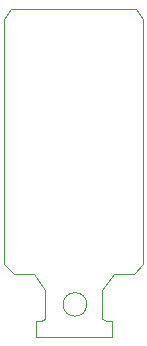
<source format=gbr>
%TF.GenerationSoftware,KiCad,Pcbnew,5.1.10*%
%TF.CreationDate,2021-05-14T23:01:05+02:00*%
%TF.ProjectId,kenwood-trrs,6b656e77-6f6f-4642-9d74-7272732e6b69,rev?*%
%TF.SameCoordinates,Original*%
%TF.FileFunction,Profile,NP*%
%FSLAX46Y46*%
G04 Gerber Fmt 4.6, Leading zero omitted, Abs format (unit mm)*
G04 Created by KiCad (PCBNEW 5.1.10) date 2021-05-14 23:01:05*
%MOMM*%
%LPD*%
G01*
G04 APERTURE LIST*
%TA.AperFunction,Profile*%
%ADD10C,0.050000*%
%TD*%
%TA.AperFunction,Profile*%
%ADD11C,0.100000*%
%TD*%
G04 APERTURE END LIST*
D10*
X159800000Y-74400000D02*
X159200000Y-73600000D01*
D11*
X148600000Y-73600000D02*
X159200000Y-73600000D01*
D10*
X148000000Y-74400000D02*
X148600000Y-73600000D01*
X148000000Y-95200000D02*
X148800000Y-96000000D01*
D11*
X159000000Y-96000000D02*
X159800000Y-95200000D01*
D10*
X155000000Y-98600000D02*
G75*
G03*
X155000000Y-98600000I-1000000J0D01*
G01*
X151100000Y-100000000D02*
X151500000Y-99800000D01*
X156700000Y-100000000D02*
X156300000Y-99800000D01*
X148800000Y-96000000D02*
X150500000Y-96000000D01*
X157300000Y-96000000D02*
X156300000Y-97400000D01*
X156700000Y-100000000D02*
X157100000Y-100000000D01*
X157100000Y-101400000D02*
X154100000Y-101400000D01*
X157100000Y-100000000D02*
X157100000Y-101400000D01*
X156300000Y-97400000D02*
X156300000Y-99800000D01*
X150700000Y-101400000D02*
X154100000Y-101400000D01*
X150700000Y-100000000D02*
X150700000Y-101400000D01*
X151100000Y-100000000D02*
X150700000Y-100000000D01*
X151500000Y-97400000D02*
X151500000Y-99800000D01*
X150500000Y-96000000D02*
X151500000Y-97400000D01*
D11*
X159800000Y-74400000D02*
X159800000Y-95200000D01*
X148000000Y-95200000D02*
X148000000Y-74400000D01*
X159000000Y-96000000D02*
X157300000Y-96000000D01*
M02*

</source>
